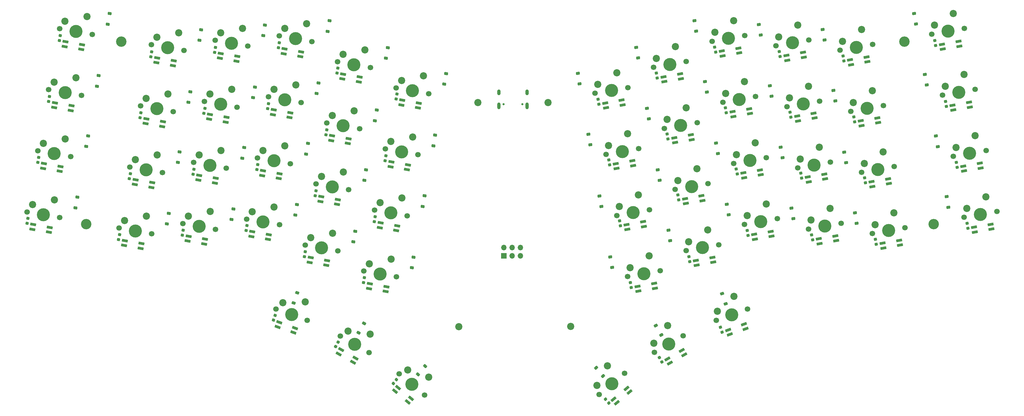
<source format=gbr>
%TF.GenerationSoftware,KiCad,Pcbnew,8.0.0*%
%TF.CreationDate,2024-04-28T13:48:32+02:00*%
%TF.ProjectId,phnx,70686e78-2e6b-4696-9361-645f70636258,A*%
%TF.SameCoordinates,Original*%
%TF.FileFunction,Soldermask,Bot*%
%TF.FilePolarity,Negative*%
%FSLAX46Y46*%
G04 Gerber Fmt 4.6, Leading zero omitted, Abs format (unit mm)*
G04 Created by KiCad (PCBNEW 8.0.0) date 2024-04-28 13:48:32*
%MOMM*%
%LPD*%
G01*
G04 APERTURE LIST*
G04 Aperture macros list*
%AMRoundRect*
0 Rectangle with rounded corners*
0 $1 Rounding radius*
0 $2 $3 $4 $5 $6 $7 $8 $9 X,Y pos of 4 corners*
0 Add a 4 corners polygon primitive as box body*
4,1,4,$2,$3,$4,$5,$6,$7,$8,$9,$2,$3,0*
0 Add four circle primitives for the rounded corners*
1,1,$1+$1,$2,$3*
1,1,$1+$1,$4,$5*
1,1,$1+$1,$6,$7*
1,1,$1+$1,$8,$9*
0 Add four rect primitives between the rounded corners*
20,1,$1+$1,$2,$3,$4,$5,0*
20,1,$1+$1,$4,$5,$6,$7,0*
20,1,$1+$1,$6,$7,$8,$9,0*
20,1,$1+$1,$8,$9,$2,$3,0*%
%AMRotRect*
0 Rectangle, with rotation*
0 The origin of the aperture is its center*
0 $1 length*
0 $2 width*
0 $3 Rotation angle, in degrees counterclockwise*
0 Add horizontal line*
21,1,$1,$2,0,0,$3*%
G04 Aperture macros list end*
%ADD10C,1.700000*%
%ADD11C,4.000000*%
%ADD12C,2.200000*%
%ADD13C,3.200000*%
%ADD14R,1.700000X1.700000*%
%ADD15O,1.700000X1.700000*%
%ADD16C,0.650000*%
%ADD17O,1.000000X2.100000*%
%ADD18O,1.000000X1.800000*%
%ADD19RoundRect,0.225000X-0.408374X0.156464X-0.330232X-0.286700X0.408374X-0.156464X0.330232X0.286700X0*%
%ADD20RoundRect,0.225000X0.207131X-0.264994X0.285273X0.178170X-0.207131X0.264994X-0.285273X-0.178170X0*%
%ADD21RotRect,1.800000X0.820000X190.000000*%
%ADD22RoundRect,0.225000X0.104006X-0.319856X0.329006X0.069856X-0.104006X0.319856X-0.329006X-0.069856X0*%
%ADD23RoundRect,0.225000X0.285273X-0.178170X0.207131X0.264994X-0.285273X0.178170X-0.207131X-0.264994X0*%
%ADD24RotRect,1.800000X0.820000X170.000000*%
%ADD25RoundRect,0.225000X-0.330232X0.286700X-0.408374X-0.156464X0.330232X-0.286700X0.408374X0.156464X0*%
%ADD26RoundRect,0.225000X-0.275430X0.339688X-0.429339X-0.083173X0.275430X-0.339688X0.429339X0.083173X0*%
%ADD27RotRect,1.800000X0.820000X210.000000*%
%ADD28RoundRect,0.225000X-0.437260X0.007356X-0.212260X-0.382356X0.437260X-0.007356X0.212260X0.382356X0*%
%ADD29RotRect,1.800000X0.820000X150.000000*%
%ADD30RotRect,1.800000X0.820000X160.000000*%
%ADD31RoundRect,0.225000X0.046884X-0.333057X0.336138X0.011663X-0.046884X0.333057X-0.336138X-0.011663X0*%
%ADD32RoundRect,0.225000X0.157969X-0.296936X0.311878X0.125926X-0.157969X0.296936X-0.311878X-0.125926X0*%
%ADD33RoundRect,0.225000X-0.212260X0.382356X-0.437260X-0.007356X0.212260X-0.382356X0.437260X0.007356X0*%
%ADD34RotRect,1.800000X0.820000X140.000000*%
%ADD35RoundRect,0.225000X-0.431894X-0.068685X-0.142639X-0.413405X0.431894X0.068685X0.142639X0.413405X0*%
%ADD36RoundRect,0.225000X0.329006X-0.069856X0.104006X0.319856X-0.329006X0.069856X-0.104006X-0.319856X0*%
%ADD37RotRect,1.800000X0.820000X200.000000*%
%ADD38RoundRect,0.225000X-0.142639X0.413405X-0.431894X0.068685X0.142639X-0.413405X0.431894X-0.068685X0*%
%ADD39RotRect,1.800000X0.820000X220.000000*%
%ADD40RoundRect,0.225000X0.336138X-0.011663X0.046884X0.333057X-0.336138X0.011663X-0.046884X-0.333057X0*%
%ADD41RoundRect,0.225000X-0.429339X0.083173X-0.275430X-0.339688X0.429339X-0.083173X0.275430X0.339688X0*%
%ADD42RoundRect,0.225000X0.311878X-0.125926X0.157969X0.296936X-0.311878X0.125926X-0.157969X-0.296936X0*%
G04 APERTURE END LIST*
D10*
%TO.C,SW452*%
X340738716Y-101417320D03*
D11*
X345741539Y-100535188D03*
D10*
X350744362Y-99653055D03*
D12*
X347360818Y-95091298D03*
X341548355Y-98695376D03*
%TD*%
D10*
%TO.C,SW412*%
X107885949Y-140847432D03*
D11*
X112888773Y-141729565D03*
D10*
X117891596Y-142611698D03*
D12*
X116272317Y-137167808D03*
X109577721Y-138566554D03*
%TD*%
D10*
%TO.C,SW442*%
X271381341Y-170608821D03*
D11*
X276154979Y-168871360D03*
D10*
X280928617Y-167133896D03*
D12*
X276804336Y-163228990D03*
X271706019Y-167787638D03*
%TD*%
D10*
%TO.C,SW420*%
X148715121Y-128702840D03*
D11*
X153717945Y-129584973D03*
D10*
X158720768Y-130467106D03*
D12*
X157101489Y-125023216D03*
X150406893Y-126421962D03*
%TD*%
D10*
%TO.C,SW422*%
X156117345Y-175435441D03*
D11*
X160516755Y-177975440D03*
D10*
X164916164Y-180515441D03*
D12*
X165256459Y-174846032D03*
X158487197Y-173870737D03*
%TD*%
%TO.C,H3*%
X192500000Y-172500000D03*
%TD*%
D10*
%TO.C,SW405*%
X98222353Y-85947817D03*
D11*
X103225177Y-86829950D03*
D10*
X108228000Y-87712083D03*
D12*
X106608721Y-82268193D03*
X99914125Y-83666939D03*
%TD*%
D13*
%TO.C,H8*%
X338000000Y-141000000D03*
%TD*%
D10*
%TO.C,SW445*%
X296318245Y-123757754D03*
D11*
X301321068Y-122875622D03*
D10*
X306323891Y-121993489D03*
D12*
X302940347Y-117431732D03*
X297127884Y-121035810D03*
%TD*%
D10*
%TO.C,SW407*%
X91606359Y-123468989D03*
D11*
X96609183Y-124351122D03*
D10*
X101612006Y-125233255D03*
D12*
X99992727Y-119789365D03*
X93298131Y-121188111D03*
%TD*%
D10*
%TO.C,SW441*%
X280038657Y-141136191D03*
D11*
X285041480Y-140254059D03*
D10*
X290044303Y-139371926D03*
D12*
X286660759Y-134810169D03*
X280848296Y-138414247D03*
%TD*%
D10*
%TO.C,SW453*%
X344046716Y-120177905D03*
D11*
X349049539Y-119295773D03*
D10*
X354052362Y-118413640D03*
D12*
X350668818Y-113851883D03*
X344856355Y-117455961D03*
%TD*%
%TO.C,H2*%
X219821100Y-103706644D03*
%TD*%
D10*
%TO.C,SW404*%
X60157478Y-137267582D03*
D11*
X65160302Y-138149715D03*
D10*
X70163125Y-139031848D03*
D12*
X68543846Y-133587958D03*
X61849250Y-134986704D03*
%TD*%
D10*
%TO.C,SW432*%
X235457086Y-193352897D03*
D11*
X239348590Y-190087537D03*
D10*
X243240096Y-186822176D03*
D12*
X238028982Y-184563351D03*
X234797281Y-190590806D03*
%TD*%
D10*
%TO.C,SW402*%
X66773475Y-99746406D03*
D11*
X71776299Y-100628539D03*
D10*
X76779122Y-101510672D03*
D12*
X75159843Y-96066782D03*
X68465247Y-97465528D03*
%TD*%
%TO.C,H4*%
X226726000Y-172406000D03*
%TD*%
D10*
%TO.C,SW446*%
X299626243Y-142518343D03*
D11*
X304629066Y-141636211D03*
D10*
X309631889Y-140754078D03*
D12*
X306248345Y-136192321D03*
X300435882Y-139796399D03*
%TD*%
D10*
%TO.C,SW433*%
X252181074Y-92852574D03*
D11*
X257183897Y-91970442D03*
D10*
X262186720Y-91088309D03*
D12*
X258803176Y-86526552D03*
X252990713Y-90130630D03*
%TD*%
D10*
%TO.C,SW401*%
X70081474Y-80985817D03*
D11*
X75084298Y-81867950D03*
D10*
X80087121Y-82750083D03*
D12*
X78467842Y-77306193D03*
X71773246Y-78704939D03*
%TD*%
D10*
%TO.C,SW428*%
X234247486Y-100850718D03*
D11*
X239250309Y-99968586D03*
D10*
X244253132Y-99086453D03*
D12*
X240869588Y-94524696D03*
X235057125Y-98128774D03*
%TD*%
D10*
%TO.C,SW424*%
X169956706Y-117940395D03*
D11*
X174959530Y-118822528D03*
D10*
X179962353Y-119704661D03*
D12*
X178343074Y-114260771D03*
X171648478Y-115659517D03*
%TD*%
D10*
%TO.C,SW416*%
X127473535Y-139465281D03*
D11*
X132476359Y-140347414D03*
D10*
X137479182Y-141229547D03*
D12*
X135859903Y-135785657D03*
X129165307Y-137184403D03*
%TD*%
D10*
%TO.C,SW443*%
X289702250Y-86236580D03*
D11*
X294705073Y-85354448D03*
D10*
X299707896Y-84472315D03*
D12*
X296324352Y-79910558D03*
X290511889Y-83514636D03*
%TD*%
D10*
%TO.C,SW437*%
X252393756Y-180429480D03*
D11*
X256793164Y-177889481D03*
D10*
X261192573Y-175349480D03*
D12*
X256452869Y-172220072D03*
X252223608Y-177594777D03*
%TD*%
D10*
%TO.C,SW403*%
X63465477Y-118506997D03*
D11*
X68468301Y-119389130D03*
D10*
X73471124Y-120271263D03*
D12*
X71851845Y-114827373D03*
X65157249Y-116226119D03*
%TD*%
D10*
%TO.C,SW406*%
X94914355Y-104708404D03*
D11*
X99917179Y-105590537D03*
D10*
X104920002Y-106472670D03*
D12*
X103300723Y-101028780D03*
X96606127Y-102427526D03*
%TD*%
D10*
%TO.C,SW447*%
X309289836Y-87618727D03*
D11*
X314292659Y-86736595D03*
D10*
X319295482Y-85854462D03*
D12*
X315911938Y-81292705D03*
X310099475Y-84896783D03*
%TD*%
D10*
%TO.C,SW440*%
X276730659Y-122375605D03*
D11*
X281733482Y-121493473D03*
D10*
X286736305Y-120611340D03*
D12*
X283352761Y-116049583D03*
X277540298Y-119653661D03*
%TD*%
D10*
%TO.C,SW450*%
X319213830Y-143900491D03*
D11*
X324216653Y-143018359D03*
D10*
X329219476Y-142136226D03*
D12*
X325835932Y-137574469D03*
X320023469Y-141178547D03*
%TD*%
D10*
%TO.C,SW444*%
X293010247Y-104997164D03*
D11*
X298013070Y-104115032D03*
D10*
X303015893Y-103232899D03*
D12*
X299632349Y-98671142D03*
X293819886Y-102275220D03*
%TD*%
D10*
%TO.C,SW429*%
X237555484Y-119611307D03*
D11*
X242558307Y-118729175D03*
D10*
X247561130Y-117847042D03*
D12*
X244177586Y-113285285D03*
X238365123Y-116889363D03*
%TD*%
D10*
%TO.C,SW439*%
X273422661Y-103615017D03*
D11*
X278425484Y-102732885D03*
D10*
X283428307Y-101850752D03*
D12*
X280044763Y-97288995D03*
X274232300Y-100893073D03*
%TD*%
D10*
%TO.C,SW451*%
X337430718Y-82656731D03*
D11*
X342433541Y-81774599D03*
D10*
X347436364Y-80892466D03*
D12*
X344052820Y-76330709D03*
X338240357Y-79934787D03*
%TD*%
D10*
%TO.C,SW436*%
X262105068Y-149134336D03*
D11*
X267107891Y-148252204D03*
D10*
X272110714Y-147370071D03*
D12*
X268727170Y-142808314D03*
X262914707Y-146412392D03*
%TD*%
D10*
%TO.C,SW417*%
X136453363Y-167102438D03*
D11*
X141227002Y-168839899D03*
D10*
X146000640Y-170577363D03*
D12*
X145351283Y-164934993D03*
X138515503Y-165149985D03*
%TD*%
D10*
%TO.C,SW414*%
X134089532Y-101944105D03*
D11*
X139092356Y-102826238D03*
D10*
X144095179Y-103708371D03*
D12*
X142475900Y-98264481D03*
X135781304Y-99663227D03*
%TD*%
D10*
%TO.C,SW438*%
X270114663Y-84854428D03*
D11*
X275117486Y-83972296D03*
D10*
X280120309Y-83090163D03*
D12*
X276736765Y-78528406D03*
X270924302Y-82132484D03*
%TD*%
D13*
%TO.C,H6*%
X78250000Y-141000000D03*
%TD*%
D10*
%TO.C,SW434*%
X255489072Y-111613162D03*
D11*
X260491895Y-110731030D03*
D10*
X265494718Y-109848897D03*
D12*
X262111174Y-105287140D03*
X256298711Y-108891218D03*
%TD*%
D10*
%TO.C,SW430*%
X240863482Y-138371893D03*
D11*
X245866305Y-137489761D03*
D10*
X250869128Y-136607628D03*
D12*
X247485584Y-132045871D03*
X241673121Y-135649949D03*
%TD*%
%TO.C,H1*%
X198271100Y-103706644D03*
%TD*%
D10*
%TO.C,SW421*%
X145407122Y-147463426D03*
D11*
X150409946Y-148345559D03*
D10*
X155412769Y-149227692D03*
D12*
X153793490Y-143783802D03*
X147098894Y-145182548D03*
%TD*%
D13*
%TO.C,H5*%
X89000000Y-85000000D03*
%TD*%
D10*
%TO.C,SW411*%
X111193945Y-122086841D03*
D11*
X116196769Y-122968974D03*
D10*
X121199592Y-123851107D03*
D12*
X119580313Y-118407217D03*
X112885717Y-119805963D03*
%TD*%
D10*
%TO.C,SW427*%
X174166766Y-186982576D03*
D11*
X178058272Y-190247937D03*
D10*
X181949778Y-193513298D03*
D12*
X183269386Y-187989112D03*
X176772322Y-185853164D03*
%TD*%
D10*
%TO.C,SW448*%
X312597834Y-106379316D03*
D11*
X317600657Y-105497184D03*
D10*
X322603480Y-104615051D03*
D12*
X319219936Y-100053294D03*
X313407473Y-103657372D03*
%TD*%
D10*
%TO.C,SW431*%
X244171480Y-157132481D03*
D11*
X249174303Y-156250349D03*
D10*
X254177126Y-155368216D03*
D12*
X250793582Y-150806459D03*
X244981119Y-154410537D03*
%TD*%
D10*
%TO.C,SW408*%
X88298362Y-142229579D03*
D11*
X93301186Y-143111712D03*
D10*
X98304009Y-143993845D03*
D12*
X96684730Y-138549955D03*
X89990134Y-139948701D03*
%TD*%
D10*
%TO.C,SW435*%
X258797070Y-130373748D03*
D11*
X263799893Y-129491616D03*
D10*
X268802716Y-128609483D03*
D12*
X265419172Y-124047726D03*
X259606709Y-127651804D03*
%TD*%
D10*
%TO.C,SW410*%
X114501942Y-103326255D03*
D11*
X119504766Y-104208388D03*
D10*
X124507589Y-105090521D03*
D12*
X122888310Y-99646631D03*
X116193714Y-101045377D03*
%TD*%
D10*
%TO.C,SW409*%
X117809940Y-84565668D03*
D11*
X122812764Y-85447801D03*
D10*
X127815587Y-86329934D03*
D12*
X126196308Y-80886044D03*
X119501712Y-82284790D03*
%TD*%
D14*
%TO.C,J2*%
X206295603Y-150731682D03*
D15*
X206295603Y-148191682D03*
X208835603Y-150731682D03*
X208835603Y-148191682D03*
X211375603Y-150731682D03*
X211375603Y-148191682D03*
%TD*%
D10*
%TO.C,SW423*%
X173264705Y-99179806D03*
D11*
X178267529Y-100061939D03*
D10*
X183270352Y-100944072D03*
D12*
X181651073Y-95500182D03*
X174956477Y-96898928D03*
%TD*%
D10*
%TO.C,SW454*%
X347354711Y-138938492D03*
D11*
X352357534Y-138056360D03*
D10*
X357360357Y-137174227D03*
D12*
X353976813Y-132612470D03*
X348164350Y-136216548D03*
%TD*%
D10*
%TO.C,SW418*%
X155331117Y-91181662D03*
D11*
X160333941Y-92063795D03*
D10*
X165336764Y-92945928D03*
D12*
X163717485Y-87502038D03*
X157022889Y-88900784D03*
%TD*%
D13*
%TO.C,H7*%
X329000000Y-85000000D03*
%TD*%
D10*
%TO.C,SW413*%
X137397527Y-83183518D03*
D11*
X142400351Y-84065651D03*
D10*
X147403174Y-84947784D03*
D12*
X145783895Y-79503894D03*
X139089299Y-80902640D03*
%TD*%
D10*
%TO.C,SW425*%
X166648708Y-136700982D03*
D11*
X171651532Y-137583115D03*
D10*
X176654355Y-138465248D03*
D12*
X175035076Y-133021358D03*
X168340480Y-134420104D03*
%TD*%
D10*
%TO.C,SW426*%
X163340712Y-155461570D03*
D11*
X168343536Y-156343703D03*
D10*
X173346359Y-157225836D03*
D12*
X171727080Y-151781946D03*
X165032484Y-153180692D03*
%TD*%
D10*
%TO.C,SW449*%
X315905832Y-125139902D03*
D11*
X320908655Y-124257770D03*
D10*
X325911478Y-123375637D03*
D12*
X322527934Y-118813880D03*
X316715471Y-122417958D03*
%TD*%
D16*
%TO.C,J1*%
X211936100Y-104231644D03*
X206156100Y-104231644D03*
D17*
X213366100Y-104731644D03*
D18*
X213366100Y-100551644D03*
D17*
X204726100Y-104731644D03*
D18*
X204726100Y-100551644D03*
%TD*%
D10*
%TO.C,SW415*%
X130781534Y-120704693D03*
D11*
X135784358Y-121586826D03*
D10*
X140787181Y-122468959D03*
D12*
X139167902Y-117025069D03*
X132473306Y-118423815D03*
%TD*%
D10*
%TO.C,SW419*%
X152023119Y-109942249D03*
D11*
X157025943Y-110824382D03*
D10*
X162028766Y-111706515D03*
D12*
X160409487Y-106262625D03*
X153714891Y-107661371D03*
%TD*%
D19*
%TO.C,D429*%
X232214762Y-113437418D03*
X232787800Y-116687284D03*
%TD*%
D20*
%TO.C,C506*%
X94786984Y-108338943D03*
X95056138Y-106812491D03*
%TD*%
D21*
%TO.C,D536*%
X265115042Y-152167744D03*
X265375514Y-153644956D03*
X270447274Y-152750668D03*
X270186802Y-151273456D03*
%TD*%
D22*
%TO.C,C522*%
X154694786Y-178609388D03*
X155469784Y-177267048D03*
%TD*%
D23*
%TO.C,C549*%
X317094739Y-128355288D03*
X316825585Y-126828836D03*
%TD*%
D24*
%TO.C,D521*%
X147042981Y-151316019D03*
X146782509Y-152793231D03*
X151854269Y-153687519D03*
X152114741Y-152210307D03*
%TD*%
D20*
%TO.C,C512*%
X107724531Y-144383115D03*
X107993685Y-142856663D03*
%TD*%
D25*
%TO.C,D415*%
X146196683Y-116236116D03*
X145623645Y-119485982D03*
%TD*%
D19*
%TO.C,D448*%
X307313049Y-99946785D03*
X307886087Y-103196651D03*
%TD*%
D23*
%TO.C,C550*%
X320424358Y-147238496D03*
X320155204Y-145712044D03*
%TD*%
D25*
%TO.C,D404*%
X75503977Y-132756440D03*
X74930939Y-136006306D03*
%TD*%
D24*
%TO.C,D510*%
X116218915Y-107294692D03*
X115958443Y-108771904D03*
X121030203Y-109666192D03*
X121290675Y-108188980D03*
%TD*%
D26*
%TO.C,D417*%
X142946662Y-162141602D03*
X141817996Y-165242588D03*
%TD*%
D20*
%TO.C,C501*%
X70019281Y-84678622D03*
X70288435Y-83152170D03*
%TD*%
D19*
%TO.C,D428*%
X228915447Y-94726070D03*
X229488485Y-97975936D03*
%TD*%
D27*
%TO.C,D537*%
X256359693Y-182423682D03*
X257109693Y-183722720D03*
X261569723Y-181147720D03*
X260819723Y-179848682D03*
%TD*%
D21*
%TO.C,D541*%
X283001560Y-144190592D03*
X283262032Y-145667804D03*
X288333792Y-144773516D03*
X288073320Y-143296304D03*
%TD*%
D25*
%TO.C,D403*%
X78828474Y-113902296D03*
X78255436Y-117152162D03*
%TD*%
D19*
%TO.C,D436*%
X256699911Y-142882961D03*
X257272949Y-146132827D03*
%TD*%
D21*
%TO.C,D548*%
X315691181Y-109309669D03*
X315951653Y-110786881D03*
X321023413Y-109892593D03*
X320762941Y-108415381D03*
%TD*%
D25*
%TO.C,D413*%
X152838727Y-78567222D03*
X152265689Y-81817088D03*
%TD*%
D21*
%TO.C,D531*%
X247228523Y-160144897D03*
X247488995Y-161622109D03*
X252560755Y-160727821D03*
X252300283Y-159250609D03*
%TD*%
D20*
%TO.C,C505*%
X98086302Y-89627595D03*
X98355456Y-88101143D03*
%TD*%
%TO.C,C503*%
X63420648Y-122101315D03*
X63689802Y-120574863D03*
%TD*%
D19*
%TO.C,D435*%
X253427511Y-124324260D03*
X254000549Y-127574126D03*
%TD*%
%TO.C,D445*%
X291093554Y-117378090D03*
X291666592Y-120627956D03*
%TD*%
%TO.C,D443*%
X284451512Y-79709193D03*
X285024550Y-82959059D03*
%TD*%
D21*
%TO.C,D553*%
X347087821Y-123243904D03*
X347348293Y-124721116D03*
X352420053Y-123826828D03*
X352159581Y-122349616D03*
%TD*%
%TO.C,D554*%
X350391477Y-141979869D03*
X350651949Y-143457081D03*
X355723709Y-142562793D03*
X355463237Y-141085581D03*
%TD*%
D20*
%TO.C,C519*%
X151745854Y-113559051D03*
X152015008Y-112032599D03*
%TD*%
D28*
%TO.C,D437*%
X252854196Y-172201983D03*
X254504196Y-175059867D03*
%TD*%
D21*
%TO.C,D552*%
X343788505Y-104532555D03*
X344048977Y-106009767D03*
X349120737Y-105115479D03*
X348860265Y-103638267D03*
%TD*%
D23*
%TO.C,C540*%
X277776185Y-125641659D03*
X277507031Y-124115207D03*
%TD*%
D20*
%TO.C,C502*%
X66719963Y-103389971D03*
X66989117Y-101863519D03*
%TD*%
%TO.C,C524*%
X169878576Y-121579616D03*
X170147730Y-120053164D03*
%TD*%
D24*
%TO.C,D509*%
X119518231Y-88583346D03*
X119257759Y-90060558D03*
X124329519Y-90954846D03*
X124589991Y-89477634D03*
%TD*%
D21*
%TO.C,D547*%
X312391864Y-90598321D03*
X312652336Y-92075533D03*
X317724096Y-91181245D03*
X317463624Y-89704033D03*
%TD*%
%TO.C,D535*%
X261772314Y-133210196D03*
X262032786Y-134687408D03*
X267104546Y-133793120D03*
X266844074Y-132315908D03*
%TD*%
D23*
%TO.C,C536*%
X263223628Y-152526638D03*
X262954474Y-151000186D03*
%TD*%
D25*
%TO.C,D414*%
X149469951Y-97672491D03*
X148896913Y-100922357D03*
%TD*%
%TO.C,D406*%
X110151396Y-100386124D03*
X109578358Y-103635990D03*
%TD*%
D19*
%TO.C,D454*%
X341955508Y-132576908D03*
X342528546Y-135826774D03*
%TD*%
%TO.C,D447*%
X303964494Y-81244117D03*
X304537532Y-84493983D03*
%TD*%
D25*
%TO.C,D416*%
X142889552Y-134991784D03*
X142316514Y-138241650D03*
%TD*%
D29*
%TO.C,D522*%
X156361883Y-179571888D03*
X155611883Y-180870926D03*
X160071913Y-183445926D03*
X160821913Y-182146888D03*
%TD*%
D24*
%TO.C,D507*%
X93383423Y-127384564D03*
X93122951Y-128861776D03*
X98194711Y-129756064D03*
X98455183Y-128278852D03*
%TD*%
D25*
%TO.C,D425*%
X181943674Y-132338144D03*
X181370636Y-135588010D03*
%TD*%
D20*
%TO.C,C510*%
X114347783Y-106964763D03*
X114616937Y-105438311D03*
%TD*%
D24*
%TO.C,D505*%
X99982056Y-89961866D03*
X99721584Y-91439078D03*
X104793344Y-92333366D03*
X105053816Y-90856154D03*
%TD*%
D25*
%TO.C,D411*%
X126677873Y-117516159D03*
X126104835Y-120766025D03*
%TD*%
D20*
%TO.C,C507*%
X91487669Y-127050289D03*
X91756823Y-125523837D03*
%TD*%
D21*
%TO.C,D538*%
X273073311Y-87884690D03*
X273333783Y-89361902D03*
X278405543Y-88467614D03*
X278145071Y-86990402D03*
%TD*%
D20*
%TO.C,C511*%
X111023845Y-125671770D03*
X111292999Y-124145318D03*
%TD*%
D19*
%TO.C,D453*%
X338672690Y-113959119D03*
X339245728Y-117208985D03*
%TD*%
D30*
%TO.C,D517*%
X137455184Y-171162425D03*
X136942153Y-172571965D03*
X141781570Y-174333367D03*
X142294601Y-172923827D03*
%TD*%
D19*
%TO.C,D446*%
X294392870Y-136089437D03*
X294965908Y-139339303D03*
%TD*%
D31*
%TO.C,C527*%
X172375909Y-189980262D03*
X173372229Y-188792892D03*
%TD*%
D24*
%TO.C,D511*%
X112919600Y-126006041D03*
X112659128Y-127483253D03*
X117730888Y-128377541D03*
X117991360Y-126900329D03*
%TD*%
D20*
%TO.C,C504*%
X60121336Y-140812666D03*
X60390490Y-139286214D03*
%TD*%
D19*
%TO.C,D444*%
X287768191Y-98519023D03*
X288341229Y-101768889D03*
%TD*%
D23*
%TO.C,C543*%
X290959933Y-89554074D03*
X290690779Y-88027622D03*
%TD*%
D25*
%TO.C,D410*%
X129952008Y-98947609D03*
X129378970Y-102197475D03*
%TD*%
D21*
%TO.C,D533*%
X255173684Y-95787500D03*
X255434156Y-97264712D03*
X260505916Y-96370424D03*
X260245444Y-94893212D03*
%TD*%
D25*
%TO.C,D408*%
X103570999Y-137705412D03*
X102997961Y-140955278D03*
%TD*%
D19*
%TO.C,D451*%
X331982274Y-76303829D03*
X332555312Y-79553695D03*
%TD*%
D20*
%TO.C,C516*%
X133859338Y-105581897D03*
X134128492Y-104055445D03*
%TD*%
D25*
%TO.C,D401*%
X85445337Y-76376196D03*
X84872299Y-79626062D03*
%TD*%
D24*
%TO.C,D506*%
X96682741Y-108673215D03*
X96422269Y-110150427D03*
X101494029Y-111044715D03*
X101754501Y-109567503D03*
%TD*%
%TO.C,D524*%
X171774331Y-121913886D03*
X171513859Y-123391098D03*
X176585619Y-124285386D03*
X176846091Y-122808174D03*
%TD*%
D20*
%TO.C,C518*%
X155088584Y-94601500D03*
X155357738Y-93075048D03*
%TD*%
D23*
%TO.C,C541*%
X281105805Y-144524865D03*
X280836651Y-142998413D03*
%TD*%
D24*
%TO.C,D518*%
X156984338Y-94935775D03*
X156723866Y-96412987D03*
X161795626Y-97307275D03*
X162056098Y-95830063D03*
%TD*%
D20*
%TO.C,C521*%
X145147226Y-150981746D03*
X145416380Y-149455294D03*
%TD*%
D25*
%TO.C,D405*%
X113512358Y-81325169D03*
X112939320Y-84575035D03*
%TD*%
D32*
%TO.C,C517*%
X135646274Y-170504038D03*
X136176404Y-169047514D03*
%TD*%
D21*
%TO.C,D549*%
X318990496Y-128021018D03*
X319250968Y-129498230D03*
X324322728Y-128603942D03*
X324062256Y-127126730D03*
%TD*%
D33*
%TO.C,D422*%
X163408884Y-171516120D03*
X161758884Y-174374004D03*
%TD*%
D25*
%TO.C,D426*%
X178619178Y-151192289D03*
X178046140Y-154442155D03*
%TD*%
%TO.C,D407*%
X106895495Y-118851268D03*
X106322457Y-122101134D03*
%TD*%
D24*
%TO.C,D514*%
X135755091Y-105916172D03*
X135494619Y-107393384D03*
X140566379Y-108287672D03*
X140826851Y-106810460D03*
%TD*%
D21*
%TO.C,D543*%
X292855689Y-89219801D03*
X293116161Y-90697013D03*
X298187921Y-89802725D03*
X297927449Y-88325513D03*
%TD*%
D20*
%TO.C,C523*%
X173221303Y-102622066D03*
X173490457Y-101095614D03*
%TD*%
D34*
%TO.C,D527*%
X173850545Y-191217627D03*
X172886364Y-192366693D03*
X176831493Y-195677049D03*
X177795674Y-194527983D03*
%TD*%
D25*
%TO.C,D402*%
X82084375Y-95437152D03*
X81511337Y-98687018D03*
%TD*%
D23*
%TO.C,C545*%
X297545455Y-126902425D03*
X297276301Y-125375973D03*
%TD*%
D25*
%TO.C,D412*%
X123353378Y-136370301D03*
X122780340Y-139620167D03*
%TD*%
D24*
%TO.C,D503*%
X65316403Y-122435591D03*
X65055931Y-123912803D03*
X70127691Y-124807091D03*
X70388163Y-123329879D03*
%TD*%
D19*
%TO.C,D440*%
X271270618Y-116100903D03*
X271843656Y-119350769D03*
%TD*%
%TO.C,D434*%
X250101280Y-105460264D03*
X250674318Y-108710130D03*
%TD*%
D24*
%TO.C,D515*%
X132455777Y-124627517D03*
X132195305Y-126104729D03*
X137267065Y-126999017D03*
X137527537Y-125521805D03*
%TD*%
%TO.C,D523*%
X175117057Y-102956341D03*
X174856585Y-104433553D03*
X179928345Y-105327841D03*
X180188817Y-103850629D03*
%TD*%
D25*
%TO.C,D419*%
X167295693Y-105994325D03*
X166722655Y-109244191D03*
%TD*%
D24*
%TO.C,D525*%
X168475017Y-140625236D03*
X168214545Y-142102448D03*
X173286305Y-142996736D03*
X173546777Y-141519524D03*
%TD*%
D23*
%TO.C,C546*%
X300888183Y-145859974D03*
X300619029Y-144333522D03*
%TD*%
D35*
%TO.C,D432*%
X234512107Y-185128729D03*
X236633307Y-187656675D03*
%TD*%
D20*
%TO.C,C508*%
X88188356Y-145761637D03*
X88457510Y-144235185D03*
%TD*%
D23*
%TO.C,C539*%
X274463761Y-106855969D03*
X274194607Y-105329517D03*
%TD*%
D36*
%TO.C,C537*%
X254692592Y-183386184D03*
X253917594Y-182043844D03*
%TD*%
D21*
%TO.C,D550*%
X322320116Y-146904223D03*
X322580588Y-148381435D03*
X327652348Y-147487147D03*
X327391876Y-146009935D03*
%TD*%
D24*
%TO.C,D516*%
X129156460Y-143338867D03*
X128895988Y-144816079D03*
X133967748Y-145710367D03*
X134228220Y-144233155D03*
%TD*%
D37*
%TO.C,D542*%
X274983532Y-173525174D03*
X275496563Y-174934714D03*
X280335980Y-173173312D03*
X279822949Y-171763772D03*
%TD*%
D24*
%TO.C,D501*%
X71915035Y-85012892D03*
X71654563Y-86490104D03*
X76726323Y-87384392D03*
X76986795Y-85907180D03*
%TD*%
D23*
%TO.C,C553*%
X345192065Y-123578175D03*
X344922911Y-122051723D03*
%TD*%
D21*
%TO.C,D529*%
X240586480Y-122476001D03*
X240846952Y-123953213D03*
X245918712Y-123058925D03*
X245658240Y-121581713D03*
%TD*%
D25*
%TO.C,D418*%
X170674017Y-86834892D03*
X170100979Y-90084758D03*
%TD*%
D23*
%TO.C,C534*%
X256577243Y-114833122D03*
X256308089Y-113306670D03*
%TD*%
D20*
%TO.C,C526*%
X163279946Y-159002309D03*
X163549100Y-157475857D03*
%TD*%
D21*
%TO.C,D546*%
X302783938Y-145525703D03*
X303044410Y-147002915D03*
X308116170Y-146108627D03*
X307855698Y-144631415D03*
%TD*%
D19*
%TO.C,D441*%
X274586430Y-134905808D03*
X275159468Y-138155674D03*
%TD*%
D23*
%TO.C,C531*%
X245332767Y-160479170D03*
X245063613Y-158952718D03*
%TD*%
D38*
%TO.C,D427*%
X182096156Y-184619019D03*
X179974954Y-187146965D03*
%TD*%
D23*
%TO.C,C554*%
X348495722Y-142314144D03*
X348226568Y-140787692D03*
%TD*%
D39*
%TO.C,D532*%
X239900024Y-194777927D03*
X240864205Y-195926993D03*
X244809334Y-192616637D03*
X243845153Y-191467571D03*
%TD*%
D23*
%TO.C,C544*%
X294246140Y-108191079D03*
X293976986Y-106664627D03*
%TD*%
D19*
%TO.C,D433*%
X246801965Y-86748920D03*
X247375003Y-89998786D03*
%TD*%
D24*
%TO.C,D508*%
X90084109Y-146095907D03*
X89823637Y-147573119D03*
X94895397Y-148467407D03*
X95155869Y-146990195D03*
%TD*%
D21*
%TO.C,D530*%
X243885796Y-141187347D03*
X244146268Y-142664559D03*
X249218028Y-141770271D03*
X248957556Y-140293059D03*
%TD*%
D24*
%TO.C,D519*%
X153641609Y-113893326D03*
X153381137Y-115370538D03*
X158452897Y-116264826D03*
X158713369Y-114787614D03*
%TD*%
D40*
%TO.C,C532*%
X238425388Y-196015293D03*
X237429068Y-194827923D03*
%TD*%
D23*
%TO.C,C548*%
X313795424Y-109643943D03*
X313526270Y-108117491D03*
%TD*%
D19*
%TO.C,D438*%
X264645940Y-78530490D03*
X265218978Y-81780356D03*
%TD*%
D24*
%TO.C,D526*%
X165175699Y-159336585D03*
X164915227Y-160813797D03*
X169986987Y-161708085D03*
X170247459Y-160230873D03*
%TD*%
D21*
%TO.C,D544*%
X296141896Y-107856805D03*
X296402368Y-109334017D03*
X301474128Y-108439729D03*
X301213656Y-106962517D03*
%TD*%
D24*
%TO.C,D512*%
X109620284Y-144717389D03*
X109359812Y-146194601D03*
X114431572Y-147088889D03*
X114692044Y-145611677D03*
%TD*%
%TO.C,D502*%
X68689580Y-103737264D03*
X68429108Y-105214476D03*
X73500868Y-106108764D03*
X73761340Y-104631552D03*
%TD*%
D20*
%TO.C,C514*%
X130560022Y-124293246D03*
X130829176Y-122766794D03*
%TD*%
%TO.C,C525*%
X166579260Y-140290963D03*
X166848414Y-138764511D03*
%TD*%
D19*
%TO.C,D450*%
X313839247Y-137534565D03*
X314412285Y-140784431D03*
%TD*%
D23*
%TO.C,C551*%
X338593433Y-86155480D03*
X338324279Y-84629028D03*
%TD*%
D21*
%TO.C,D539*%
X276359517Y-106521697D03*
X276619989Y-107998909D03*
X281691749Y-107104621D03*
X281431277Y-105627409D03*
%TD*%
D24*
%TO.C,D513*%
X139054407Y-87204825D03*
X138793935Y-88682037D03*
X143865695Y-89576325D03*
X144126167Y-88099113D03*
%TD*%
D41*
%TO.C,D442*%
X273135260Y-162380199D03*
X274263926Y-165481185D03*
%TD*%
D20*
%TO.C,C520*%
X148446542Y-132270401D03*
X148715696Y-130743949D03*
%TD*%
D24*
%TO.C,D504*%
X62017088Y-141146934D03*
X61756616Y-142624146D03*
X66828376Y-143518434D03*
X67088848Y-142041222D03*
%TD*%
D19*
%TO.C,D431*%
X238856804Y-151106313D03*
X239429842Y-154356179D03*
%TD*%
D24*
%TO.C,D520*%
X150342295Y-132604670D03*
X150081823Y-134081882D03*
X155153583Y-134976170D03*
X155414055Y-133498958D03*
%TD*%
D21*
%TO.C,D534*%
X258472998Y-114498848D03*
X258733470Y-115976060D03*
X263805230Y-115081772D03*
X263544758Y-113604560D03*
%TD*%
D25*
%TO.C,D424*%
X185225623Y-113725277D03*
X184652585Y-116975143D03*
%TD*%
D21*
%TO.C,D551*%
X340579799Y-85795797D03*
X340840271Y-87273009D03*
X345912031Y-86378721D03*
X345651559Y-84901509D03*
%TD*%
D20*
%TO.C,C509*%
X117622476Y-88249072D03*
X117891630Y-86722620D03*
%TD*%
D25*
%TO.C,D420*%
X164057153Y-124360992D03*
X163484115Y-127610858D03*
%TD*%
%TO.C,D421*%
X160732659Y-143215135D03*
X160159621Y-146465001D03*
%TD*%
D23*
%TO.C,C535*%
X259880900Y-133569087D03*
X259611746Y-132042635D03*
%TD*%
%TO.C,C528*%
X235404519Y-104173269D03*
X235135365Y-102646817D03*
%TD*%
D21*
%TO.C,D528*%
X237300274Y-103838996D03*
X237560746Y-105316208D03*
X242632506Y-104421920D03*
X242372034Y-102944708D03*
%TD*%
D42*
%TO.C,C542*%
X273174624Y-174183567D03*
X272644494Y-172727043D03*
%TD*%
D21*
%TO.C,D545*%
X299441211Y-126568152D03*
X299701683Y-128045364D03*
X304773443Y-127151076D03*
X304512971Y-125673864D03*
%TD*%
D23*
%TO.C,C538*%
X271177554Y-88218963D03*
X270908400Y-86692511D03*
%TD*%
D19*
%TO.C,D449*%
X310605669Y-118908092D03*
X311178707Y-122157958D03*
%TD*%
D20*
%TO.C,C513*%
X137158652Y-86870553D03*
X137427806Y-85344101D03*
%TD*%
D25*
%TO.C,D423*%
X188560537Y-94812044D03*
X187987499Y-98061910D03*
%TD*%
D23*
%TO.C,C533*%
X253277928Y-96121774D03*
X253008774Y-94595322D03*
%TD*%
D25*
%TO.C,D409*%
X133056348Y-79902331D03*
X132483310Y-83152197D03*
%TD*%
D19*
%TO.C,D439*%
X267945255Y-97241836D03*
X268518293Y-100491702D03*
%TD*%
%TO.C,D452*%
X335281590Y-95015174D03*
X335854628Y-98265040D03*
%TD*%
%TO.C,D430*%
X235557490Y-132394966D03*
X236130528Y-135644832D03*
%TD*%
D23*
%TO.C,C547*%
X310487426Y-90883353D03*
X310218272Y-89356901D03*
%TD*%
D20*
%TO.C,C515*%
X127260707Y-143004596D03*
X127529861Y-141478144D03*
%TD*%
D23*
%TO.C,C530*%
X241994381Y-141546242D03*
X241725227Y-140019790D03*
%TD*%
%TO.C,C552*%
X341892750Y-104866829D03*
X341623596Y-103340377D03*
%TD*%
D21*
%TO.C,D540*%
X279671944Y-125307386D03*
X279932416Y-126784598D03*
X285004176Y-125890310D03*
X284743704Y-124413098D03*
%TD*%
D23*
%TO.C,C529*%
X238695067Y-122834893D03*
X238425913Y-121308441D03*
%TD*%
M02*

</source>
